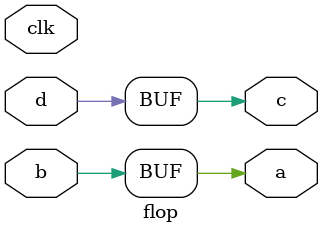
<source format=v>
module flop(a,b,c,d,clk);
	input b,d,clk;
	output reg a,c;
	always@(clk)
		begin
				a=b;
				c=d;
		end

endmodule

</source>
